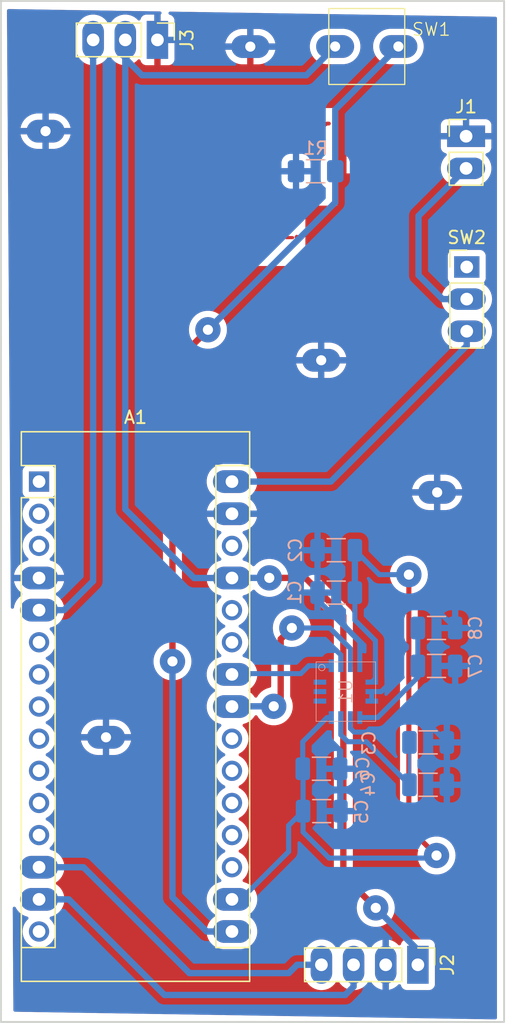
<source format=kicad_pcb>
(kicad_pcb (version 20240108) (generator "pcbnew") (generator_version "8.0")
  (layers (0 "F.Cu" signal) (31 "B.Cu" signal) (34 "B.Paste" user) (35 "F.Paste" user) (36 "B.SilkS" user "B.Silkscreen") (37 "F.SilkS" user "F.Silkscreen") (38 "B.Mask" user) (39 "F.Mask" user) (44 "Edge.Cuts" user))
  (net 0 "")
  (net 1 "Net-(A1-A5)")
  (net 6 "BUZZER")
  (net 7 "Net-(A1-A4)")
  (net 10 "5V")
  (net 14 "GND")
  (net 15 "BT_TX")
  (net 16 "3.3V")
  (net 24 "Net-(A1-D13)")
  (net 25 "BT_RX")
  (net 26 "Vin")
  (net 30 "Net-(U1-V1P8ANA)")
  (net 31 "Net-(U1-V1P8DIG)")
  (net 35 "Net-(J1-Pin_2)")
  (footprint "" (layer "F.Cu") (at 103.124 37.592)
    (property "Reference" "" (at 0 0 0) (layer "F.SilkS") (effects (font (size 1.27 1.27))))
    (property "Value" "")
    (pad "1" thru_hole oval (at 0 0) (size 3 1.8) (drill 0.8) (layers "*.Cu" "*.Mask") (net 14 "GND"))
  )
  (footprint "lowprint-pcb-ee410:sw_push_5mm" (layer "F.Cu") (at 128.4 30.85)
    (property "Reference" "SW1" (at 5.2 -1.3 0) (layer "F.SilkS") (effects (font (thickness 0.1))))
    (property "Value" "SW_Push")
    (fp_rect (start -2.9 -2.95) (end 3.1 3.05) (stroke (width 0.1)) (fill none) (layer "F.SilkS"))
    (pad "1" thru_hole oval (at -2.4 0.05) (size 3 1.8) (drill 0.8) (layers "*.Cu" "*.Mask") (net 10 "5V"))
    (pad "2" thru_hole oval (at 2.6 0.05) (size 3 1.8) (drill 0.8) (layers "*.Cu" "*.Mask") (net 24 "Net-(A1-D13)"))
  )
  (footprint "Connector_PinHeader_2.54mm:PinHeader_1x04_P2.54mm_Vertical" (layer "F.Cu") (at 132.5372 103.4796 -90)
    (property "Reference" "J2" (at 0 -2.33 -90) (layer "F.SilkS"))
    (property "Value" "BLUETOOTH")
    (fp_line (start -1.33 8.95) (end 1.33 8.95) (stroke (width 0.12)) (layer "F.SilkS"))
    (fp_line (start -1.33 1.27) (end -1.33 8.95) (stroke (width 0.12)) (layer "F.SilkS"))
    (fp_line (start -1.33 1.27) (end 1.33 1.27) (stroke (width 0.12)) (layer "F.SilkS"))
    (fp_line (start 1.33 1.27) (end 1.33 8.95) (stroke (width 0.12)) (layer "F.SilkS"))
    (fp_line (start -1.33 0) (end -1.33 -1.33) (stroke (width 0.12)) (layer "F.SilkS"))
    (fp_line (start -1.33 -1.33) (end 0 -1.33) (stroke (width 0.12)) (layer "F.SilkS"))
    (pad "1" thru_hole rect (at 0 0 270) (size 3 1.7) (drill 1) (layers "*.Cu" "*.Mask") (net 10 "5V"))
    (pad "2" thru_hole oval (at 0 2.54 270) (size 3 1.7) (drill 1) (layers "*.Cu" "*.Mask") (net 14 "GND"))
    (pad "3" thru_hole oval (at 0 5.08 270) (size 3 1.7) (drill 1) (layers "*.Cu" "*.Mask") (net 15 "BT_TX"))
    (pad "4" thru_hole oval (at 0 7.62 270) (size 3 1.7) (drill 1) (layers "*.Cu" "*.Mask") (net 25 "BT_RX"))
  )
  (footprint "" (layer "F.Cu") (at 124.9 55.7)
    (property "Reference" "" (at 0 0 0) (layer "F.SilkS") (effects (font (size 1.27 1.27))))
    (property "Value" "")
    (pad "1" thru_hole oval (at 0 0) (size 3 1.8) (drill 0.8) (layers "*.Cu" "*.Mask") (net 14 "GND"))
  )
  (footprint "Connector_PinHeader_2.54mm:PinHeader_1x03_P2.54mm_Vertical" (layer "F.Cu") (at 111.9632 30.3784 -90)
    (property "Reference" "J3" (at 0 -2.33 -90) (layer "F.SilkS"))
    (property "Value" "BUZZER")
    (fp_line (start -1.33 6.41) (end 1.33 6.41) (stroke (width 0.12)) (layer "F.SilkS"))
    (fp_line (start -1.33 1.27) (end -1.33 6.41) (stroke (width 0.12)) (layer "F.SilkS"))
    (fp_line (start -1.33 1.27) (end 1.33 1.27) (stroke (width 0.12)) (layer "F.SilkS"))
    (fp_line (start 1.33 1.27) (end 1.33 6.41) (stroke (width 0.12)) (layer "F.SilkS"))
    (fp_line (start -1.33 0) (end -1.33 -1.33) (stroke (width 0.12)) (layer "F.SilkS"))
    (fp_line (start -1.33 -1.33) (end 0 -1.33) (stroke (width 0.12)) (layer "F.SilkS"))
    (pad "1" thru_hole rect (at 0 0 270) (size 3 1.7) (drill 1) (layers "*.Cu" "*.Mask") (net 14 "GND"))
    (pad "2" thru_hole oval (at 0 2.54 270) (size 3 1.7) (drill 1) (layers "*.Cu" "*.Mask") (net 10 "5V"))
    (pad "3" thru_hole oval (at 0 5.08 270) (size 3 1.7) (drill 1) (layers "*.Cu" "*.Mask") (net 6 "BUZZER"))
  )
  (footprint "" (layer "F.Cu") (at 107.9 85.5)
    (property "Reference" "" (at 0 0 0) (layer "F.SilkS") (effects (font (size 1.27 1.27))))
    (property "Value" "")
    (pad "1" thru_hole oval (at 0 0) (size 3 1.8) (drill 0.8) (layers "*.Cu" "*.Mask") (net 14 "GND"))
  )
  (footprint "" (layer "F.Cu") (at 119.3 30.91)
    (property "Reference" "" (at 0 0 0) (layer "F.SilkS") (effects (font (size 1.27 1.27))))
    (property "Value" "")
    (pad "1" thru_hole oval (at 0 0) (size 3 1.8) (drill 0.8) (layers "*.Cu" "*.Mask") (net 14 "GND"))
  )
  (footprint "" (layer "F.Cu") (at 134.0612 66.1416)
    (property "Reference" "" (at 0 0 0) (layer "F.SilkS") (effects (font (size 1.27 1.27))))
    (property "Value" "")
    (pad "1" thru_hole oval (at 0 0) (size 3 1.8) (drill 0.8) (layers "*.Cu" "*.Mask") (net 14 "GND"))
  )
  (footprint "Module:Arduino_Nano" (layer "F.Cu") (at 102.61 65.29)
    (property "Reference" "A1" (at 7.62 -5.08 0) (layer "F.SilkS"))
    (property "Value" "Arduino_Nano_v3.x")
    (fp_line (start -1.4 -3.94) (end -1.4 -1.27) (stroke (width 0.12)) (layer "F.SilkS"))
    (fp_line (start -1.4 1.27) (end -1.4 39.5) (stroke (width 0.12)) (layer "F.SilkS"))
    (fp_line (start -1.4 39.5) (end 16.64 39.5) (stroke (width 0.12)) (layer "F.SilkS"))
    (fp_line (start 1.27 -1.27) (end -1.4 -1.27) (stroke (width 0.12)) (layer "F.SilkS"))
    (fp_line (start 1.27 1.27) (end -1.4 1.27) (stroke (width 0.12)) (layer "F.SilkS"))
    (fp_line (start 1.27 1.27) (end 1.27 -1.27) (stroke (width 0.12)) (layer "F.SilkS"))
    (fp_line (start 1.27 1.27) (end 1.27 36.83) (stroke (width 0.12)) (layer "F.SilkS"))
    (fp_line (start 1.27 36.83) (end -1.4 36.83) (stroke (width 0.12)) (layer "F.SilkS"))
    (fp_line (start 13.97 -1.27) (end 13.97 36.83) (stroke (width 0.12)) (layer "F.SilkS"))
    (fp_line (start 13.97 -1.27) (end 16.64 -1.27) (stroke (width 0.12)) (layer "F.SilkS"))
    (fp_line (start 13.97 36.83) (end 16.64 36.83) (stroke (width 0.12)) (layer "F.SilkS"))
    (fp_line (start 16.64 -3.94) (end -1.4 -3.94) (stroke (width 0.12)) (layer "F.SilkS"))
    (fp_line (start 16.64 39.5) (end 16.64 -3.94) (stroke (width 0.12)) (layer "F.SilkS"))
    (pad "1" thru_hole rect (at 0 0) (size 1.6 1.6) (drill 1) (layers "*.Cu" "*.Mask"))
    (pad "2" thru_hole oval (at 0 2.54) (size 1.6 1.6) (drill 1) (layers "*.Cu" "*.Mask"))
    (pad "3" thru_hole oval (at 0 5.08) (size 1.6 1.6) (drill 1) (layers "*.Cu" "*.Mask"))
    (pad "4" thru_hole oval (at 0 7.62) (size 3 1.8) (drill 1) (layers "*.Cu" "*.Mask") (net 14 "GND"))
    (pad "5" thru_hole oval (at 0 10.16) (size 3 1.8) (drill 1) (layers "*.Cu" "*.Mask") (net 6 "BUZZER"))
    (pad "6" thru_hole oval (at 0 12.7) (size 1.6 1.6) (drill 1) (layers "*.Cu" "*.Mask"))
    (pad "7" thru_hole oval (at 0 15.24) (size 1.6 1.6) (drill 1) (layers "*.Cu" "*.Mask"))
    (pad "8" thru_hole oval (at 0 17.78) (size 1.6 1.6) (drill 1) (layers "*.Cu" "*.Mask"))
    (pad "9" thru_hole oval (at 0 20.32) (size 1.6 1.6) (drill 1) (layers "*.Cu" "*.Mask"))
    (pad "10" thru_hole oval (at 0 22.86) (size 1.6 1.6) (drill 1) (layers "*.Cu" "*.Mask"))
    (pad "11" thru_hole oval (at 0 25.4) (size 1.6 1.6) (drill 1) (layers "*.Cu" "*.Mask"))
    (pad "12" thru_hole oval (at 0 27.94) (size 1.6 1.6) (drill 1) (layers "*.Cu" "*.Mask"))
    (pad "13" thru_hole oval (at 0 30.48) (size 3 1.8) (drill 1) (layers "*.Cu" "*.Mask") (net 25 "BT_RX"))
    (pad "14" thru_hole oval (at 0 33.02) (size 3 1.8) (drill 1) (layers "*.Cu" "*.Mask") (net 15 "BT_TX"))
    (pad "15" thru_hole oval (at 0 35.56) (size 1.6 1.6) (drill 1) (layers "*.Cu" "*.Mask"))
    (pad "16" thru_hole oval (at 15.24 35.56) (size 3 1.8) (drill 1) (layers "*.Cu" "*.Mask") (net 24 "Net-(A1-D13)"))
    (pad "17" thru_hole oval (at 15.24 33.02) (size 3 1.8) (drill 1) (layers "*.Cu" "*.Mask") (net 16 "3.3V"))
    (pad "18" thru_hole oval (at 15.24 30.48) (size 1.6 1.6) (drill 1) (layers "*.Cu" "*.Mask"))
    (pad "19" thru_hole oval (at 15.24 27.94) (size 1.6 1.6) (drill 1) (layers "*.Cu" "*.Mask"))
    (pad "20" thru_hole oval (at 15.24 25.4) (size 1.6 1.6) (drill 1) (layers "*.Cu" "*.Mask"))
    (pad "21" thru_hole oval (at 15.24 22.86) (size 1.6 1.6) (drill 1) (layers "*.Cu" "*.Mask"))
    (pad "22" thru_hole oval (at 15.24 20.32) (size 1.6 1.6) (drill 1) (layers "*.Cu" "*.Mask"))
    (pad "23" thru_hole oval (at 15.24 17.78) (size 3 1.8) (drill 1) (layers "*.Cu" "*.Mask") (net 7 "Net-(A1-A4)"))
    (pad "24" thru_hole oval (at 15.24 15.24) (size 3 1.8) (drill 1) (layers "*.Cu" "*.Mask") (net 1 "Net-(A1-A5)"))
    (pad "25" thru_hole oval (at 15.24 12.7) (size 1.6 1.6) (drill 1) (layers "*.Cu" "*.Mask"))
    (pad "26" thru_hole oval (at 15.24 10.16) (size 1.6 1.6) (drill 1) (layers "*.Cu" "*.Mask"))
    (pad "27" thru_hole oval (at 15.24 7.62) (size 3 1.8) (drill 1) (layers "*.Cu" "*.Mask") (net 10 "5V"))
    (pad "28" thru_hole oval (at 15.24 5.08) (size 1.6 1.6) (drill 1) (layers "*.Cu" "*.Mask"))
    (pad "29" thru_hole oval (at 15.24 2.54) (size 3 1.8) (drill 1) (layers "*.Cu" "*.Mask") (net 14 "GND"))
    (pad "30" thru_hole oval (at 15.24 0) (size 3 1.8) (drill 1) (layers "*.Cu" "*.Mask") (net 26 "Vin"))
  )
  (footprint "Connector_PinHeader_2.54mm:PinHeader_1x02_P2.54mm_Vertical" (layer "F.Cu") (at 136.3472 37.9934)
    (property "Reference" "J1" (at 0 -2.33 0) (layer "F.SilkS"))
    (property "Value" "POWER")
    (fp_line (start -1.33 -1.33) (end 0 -1.33) (stroke (width 0.12)) (layer "F.SilkS"))
    (fp_line (start -1.33 0) (end -1.33 -1.33) (stroke (width 0.12)) (layer "F.SilkS"))
    (fp_line (start -1.33 1.27) (end -1.33 3.87) (stroke (width 0.12)) (layer "F.SilkS"))
    (fp_line (start -1.33 1.27) (end 1.33 1.27) (stroke (width 0.12)) (layer "F.SilkS"))
    (fp_line (start -1.33 3.87) (end 1.33 3.87) (stroke (width 0.12)) (layer "F.SilkS"))
    (fp_line (start 1.33 1.27) (end 1.33 3.87) (stroke (width 0.12)) (layer "F.SilkS"))
    (pad "1" thru_hole rect (at 0 0) (size 3 1.7) (drill 1) (layers "*.Cu" "*.Mask") (net 14 "GND"))
    (pad "2" thru_hole oval (at 0 2.54) (size 3 1.7) (drill 1) (layers "*.Cu" "*.Mask") (net 35 "Net-(J1-Pin_2)"))
  )
  (footprint "Connector_PinHeader_2.54mm:PinHeader_1x03_P2.54mm_Vertical" (layer "F.Cu") (at 136.398 48.3258)
    (property "Reference" "SW2" (at 0 -2.33 0) (layer "F.SilkS"))
    (property "Value" "SW_DPDT_x2")
    (fp_line (start -1.33 -1.33) (end 0 -1.33) (stroke (width 0.12)) (layer "F.SilkS"))
    (fp_line (start -1.33 0) (end -1.33 -1.33) (stroke (width 0.12)) (layer "F.SilkS"))
    (fp_line (start -1.33 1.27) (end -1.33 6.41) (stroke (width 0.12)) (layer "F.SilkS"))
    (fp_line (start -1.33 1.27) (end 1.33 1.27) (stroke (width 0.12)) (layer "F.SilkS"))
    (fp_line (start -1.33 6.41) (end 1.33 6.41) (stroke (width 0.12)) (layer "F.SilkS"))
    (fp_line (start 1.33 1.27) (end 1.33 6.41) (stroke (width 0.12)) (layer "F.SilkS"))
    (pad "1" thru_hole rect (at 0 0) (size 2 1.7) (drill 1) (layers "*.Cu" "*.Mask"))
    (pad "2" thru_hole oval (at 0 2.54) (size 3 1.7) (drill 1) (layers "*.Cu" "*.Mask") (net 35 "Net-(J1-Pin_2)"))
    (pad "3" thru_hole oval (at 0 5.08) (size 3 1.7) (drill 1) (layers "*.Cu" "*.Mask") (net 26 "Vin"))
  )
  (footprint "Capacitor_SMD:C_1206_3216Metric" (layer "B.Cu") (at 133.35 89.2528)
    (property "Reference" "C4" (at -4.725 -0.05 90) (layer "B.SilkS") (effects (justify mirror)))
    (property "Value" "1u")
    (fp_line (start 0.711252 -0.91) (end -0.711252 -0.91) (stroke (width 0.12)) (layer "B.SilkS"))
    (fp_line (start 0.711252 0.91) (end -0.711252 0.91) (stroke (width 0.12)) (layer "B.SilkS"))
    (pad "1" smd roundrect (at -1.475 0) (size 1.15 1.8) (layers "B.Cu" "B.Paste" "B.Mask") (roundrect_rratio 0.217391) (net 30 "Net-(U1-V1P8ANA)"))
    (pad "2" smd roundrect (at 1.475 0) (size 1.15 1.8) (layers "B.Cu" "B.Paste" "B.Mask") (roundrect_rratio 0.217391) (net 14 "GND"))
  )
  (footprint "Capacitor_SMD:C_1206_3216Metric" (layer "B.Cu") (at 124.9422 91.3356 180)
    (property "Reference" "C5" (at -3.15 -0.05 90) (layer "B.SilkS") (effects (justify mirror)))
    (property "Value" "1u")
    (fp_line (start 0.711252 0.91) (end -0.711252 0.91) (stroke (width 0.12)) (layer "B.SilkS"))
    (fp_line (start 0.711252 -0.91) (end -0.711252 -0.91) (stroke (width 0.12)) (layer "B.SilkS"))
    (pad "1" smd roundrect (at -1.475 0 180) (size 1.15 1.8) (layers "B.Cu" "B.Paste" "B.Mask") (roundrect_rratio 0.217391) (net 14 "GND"))
    (pad "2" smd roundrect (at 1.475 0 180) (size 1.15 1.8) (layers "B.Cu" "B.Paste" "B.Mask") (roundrect_rratio 0.217391) (net 16 "3.3V"))
  )
  (footprint "lowprint-pcb-ee410:ADXL359" (layer "B.Cu") (at 126.8476 81.8896 -90)
    (property "Reference" "U1" (at 0 0 90) (layer "B.SilkS") (effects (font (thickness 0.1)) (justify mirror)))
    (property "Value" "ADXL359")
    (fp_line (start -2.35 2.35) (end 2.35 2.35) (stroke (width 0.05)) (layer "B.SilkS"))
    (fp_line (start 2.35 2.35) (end 2.35 -2.35) (stroke (width 0.05)) (layer "B.SilkS"))
    (fp_line (start -2.35 -2.35) (end -2.35 2.35) (stroke (width 0.05)) (layer "B.SilkS"))
    (fp_line (start 2.35 -2.35) (end -2.35 -2.35) (stroke (width 0.05)) (layer "B.SilkS"))
    (fp_circle (center -1.9 1.9) (end -1.65 1.9) (stroke (width 0.05)) (fill none) (layer "B.SilkS"))
    (pad "1" smd rect (at -2.05 1.15) (size 0.4 1) (layers "B.Cu" "B.Paste" "B.Mask") (net 1 "Net-(A1-A5)"))
    (pad "2" smd rect (at -2.05 0.4) (size 0.4 1) (layers "B.Cu" "B.Paste" "B.Mask") (net 14 "GND"))
    (pad "3" smd rect (at -2.05 -0.35) (size 0.4 1) (layers "B.Cu" "B.Paste" "B.Mask") (net 7 "Net-(A1-A4)"))
    (pad "4" smd rect (at -2.05 -1.1) (size 0.4 1) (layers "B.Cu" "B.Paste" "B.Mask") (net 14 "GND"))
    (pad "5" smd rect (at -0.75 -2.05 90) (size 0.4 1) (layers "B.Cu" "B.Paste" "B.Mask") (net 16 "3.3V"))
    (pad "6" smd rect (at 0 -2.05 90) (size 0.4 1) (layers "B.Cu" "B.Paste" "B.Mask") (net 14 "GND"))
    (pad "7" smd rect (at 0.75 -2.05 90) (size 0.4 1) (layers "B.Cu" "B.Paste" "B.Mask") (net 14 "GND"))
    (pad "8" smd rect (at 2.05 -1.1) (size 0.4 1) (layers "B.Cu" "B.Paste" "B.Mask") (net 31 "Net-(U1-V1P8DIG)"))
    (pad "9" smd rect (at 2.05 -0.35) (size 0.4 1) (layers "B.Cu" "B.Paste" "B.Mask") (net 14 "GND"))
    (pad "10" smd rect (at 2.05 0.4) (size 0.4 1) (layers "B.Cu" "B.Paste" "B.Mask") (net 30 "Net-(U1-V1P8ANA)"))
    (pad "11" smd rect (at 2.05 1.15) (size 0.4 1) (layers "B.Cu" "B.Paste" "B.Mask") (net 16 "3.3V"))
    (pad "12" smd rect (at 0.75 2.05 90) (size 0.4 1) (layers "B.Cu" "B.Paste" "B.Mask"))
    (pad "13" smd rect (at 0 2.05 90) (size 0.4 1) (layers "B.Cu" "B.Paste" "B.Mask"))
    (pad "14" smd rect (at -0.75 2.05 90) (size 0.4 1) (layers "B.Cu" "B.Paste" "B.Mask"))
  )
  (footprint "Capacitor_SMD:C_1206_3216Metric" (layer "B.Cu") (at 134.0104 79.8604)
    (property "Reference" "C7" (at 3.075 0 90) (layer "B.SilkS") (effects (justify mirror)))
    (property "Value" "1u")
    (fp_line (start 0.711252 -0.91) (end -0.711252 -0.91) (stroke (width 0.12)) (layer "B.SilkS"))
    (fp_line (start 0.711252 0.91) (end -0.711252 0.91) (stroke (width 0.12)) (layer "B.SilkS"))
    (pad "1" smd roundrect (at -1.475 0) (size 1.15 1.8) (layers "B.Cu" "B.Paste" "B.Mask") (roundrect_rratio 0.217391) (net 31 "Net-(U1-V1P8DIG)"))
    (pad "2" smd roundrect (at 1.475 0) (size 1.15 1.8) (layers "B.Cu" "B.Paste" "B.Mask") (roundrect_rratio 0.217391) (net 14 "GND"))
  )
  (footprint "Capacitor_SMD:C_1206_3216Metric" (layer "B.Cu") (at 126.0856 70.7136 180)
    (property "Reference" "C2" (at 3.225 0 90) (layer "B.SilkS") (effects (justify mirror)))
    (property "Value" "1u")
    (fp_line (start 0.711252 0.91) (end -0.711252 0.91) (stroke (width 0.12)) (layer "B.SilkS"))
    (fp_line (start 0.711252 -0.91) (end -0.711252 -0.91) (stroke (width 0.12)) (layer "B.SilkS"))
    (pad "1" smd roundrect (at -1.475 0 180) (size 1.15 1.8) (layers "B.Cu" "B.Paste" "B.Mask") (roundrect_rratio 0.217391) (net 16 "3.3V"))
    (pad "2" smd roundrect (at 1.475 0 180) (size 1.15 1.8) (layers "B.Cu" "B.Paste" "B.Mask") (roundrect_rratio 0.217391) (net 14 "GND"))
  )
  (footprint "Capacitor_SMD:C_1206_3216Metric" (layer "B.Cu") (at 124.9172 87.9856 180)
    (property "Reference" "C6" (at -3.275 0 90) (layer "B.SilkS") (effects (justify mirror)))
    (property "Value" "0.1u")
    (fp_line (start 0.711252 0.91) (end -0.711252 0.91) (stroke (width 0.12)) (layer "B.SilkS"))
    (fp_line (start 0.711252 -0.91) (end -0.711252 -0.91) (stroke (width 0.12)) (layer "B.SilkS"))
    (pad "1" smd roundrect (at -1.475 0 180) (size 1.15 1.8) (layers "B.Cu" "B.Paste" "B.Mask") (roundrect_rratio 0.217391) (net 14 "GND"))
    (pad "2" smd roundrect (at 1.475 0 180) (size 1.15 1.8) (layers "B.Cu" "B.Paste" "B.Mask") (roundrect_rratio 0.217391) (net 16 "3.3V"))
  )
  (footprint "Capacitor_SMD:C_1206_3216Metric" (layer "B.Cu") (at 126.0856 74.0636 180)
    (property "Reference" "C1" (at 3.275 0 90) (layer "B.SilkS") (effects (justify mirror)))
    (property "Value" "0.1u")
    (fp_line (start 0.711252 0.91) (end -0.711252 0.91) (stroke (width 0.12)) (layer "B.SilkS"))
    (fp_line (start 0.711252 -0.91) (end -0.711252 -0.91) (stroke (width 0.12)) (layer "B.SilkS"))
    (pad "1" smd roundrect (at -1.475 0 180) (size 1.15 1.8) (layers "B.Cu" "B.Paste" "B.Mask") (roundrect_rratio 0.217391) (net 16 "3.3V"))
    (pad "2" smd roundrect (at 1.475 0 180) (size 1.15 1.8) (layers "B.Cu" "B.Paste" "B.Mask") (roundrect_rratio 0.217391) (net 14 "GND"))
  )
  (footprint "Resistor_SMD:R_1206_3216Metric_Pad1.30x1.75mm_HandSolder" (layer "B.Cu") (at 124.46 40.76 180)
    (property "Reference" "R1" (at 0 1.82 0) (layer "B.SilkS") (effects (justify mirror)))
    (property "Value" "R")
    (fp_line (start 0.727064 0.91) (end -0.727064 0.91) (stroke (width 0.12)) (layer "B.SilkS"))
    (fp_line (start 0.727064 -0.91) (end -0.727064 -0.91) (stroke (width 0.12)) (layer "B.SilkS"))
    (pad "1" smd roundrect (at -1.55 0 180) (size 1.3 1.75) (layers "B.Cu" "B.Paste" "B.Mask") (roundrect_rratio 0.192308) (net 24 "Net-(A1-D13)"))
    (pad "2" smd roundrect (at 1.55 0 180) (size 1.3 1.75) (layers "B.Cu" "B.Paste" "B.Mask") (roundrect_rratio 0.192308) (net 14 "GND"))
  )
  (footprint "Capacitor_SMD:C_1206_3216Metric" (layer "B.Cu") (at 133.35 85.9028)
    (property "Reference" "C3" (at -4.675 0.05 90) (layer "B.SilkS") (effects (justify mirror)))
    (property "Value" "0.1u")
    (fp_line (start 0.711252 -0.91) (end -0.711252 -0.91) (stroke (width 0.12)) (layer "B.SilkS"))
    (fp_line (start 0.711252 0.91) (end -0.711252 0.91) (stroke (width 0.12)) (layer "B.SilkS"))
    (pad "1" smd roundrect (at -1.475 0) (size 1.15 1.8) (layers "B.Cu" "B.Paste" "B.Mask") (roundrect_rratio 0.217391) (net 30 "Net-(U1-V1P8ANA)"))
    (pad "2" smd roundrect (at 1.475 0) (size 1.15 1.8) (layers "B.Cu" "B.Paste" "B.Mask") (roundrect_rratio 0.217391) (net 14 "GND"))
  )
  (footprint "Capacitor_SMD:C_1206_3216Metric" (layer "B.Cu") (at 134.0104 76.8604)
    (property "Reference" "C8" (at 3.075 0 90) (layer "B.SilkS") (effects (justify mirror)))
    (property "Value" "0.1u")
    (fp_line (start 0.711252 -0.91) (end -0.711252 -0.91) (stroke (width 0.12)) (layer "B.SilkS"))
    (fp_line (start 0.711252 0.91) (end -0.711252 0.91) (stroke (width 0.12)) (layer "B.SilkS"))
    (pad "1" smd roundrect (at -1.475 0) (size 1.15 1.8) (layers "B.Cu" "B.Paste" "B.Mask") (roundrect_rratio 0.217391) (net 31 "Net-(U1-V1P8DIG)"))
    (pad "2" smd roundrect (at 1.475 0) (size 1.15 1.8) (layers "B.Cu" "B.Paste" "B.Mask") (roundrect_rratio 0.217391) (net 14 "GND"))
  )
  (gr_rect (start 99.6 27.3) (end 139.3464 108) (stroke (width 0.15)) (fill none) (layer "Edge.Cuts"))
  (gr_text "GND\nVin" (at 127.28 40.47 0) (layer "F.Cu") (effects (font (size 1.1 1) (thickness 0.2) (bold yes)) (justify left bottom)))
  (gr_text "Barcella L.\nNeto J." (at 114.808 47.752 0) (layer "F.Cu") (effects (font (size 1 1) (thickness 0.25) (bold yes)) (justify left bottom)))
  (gr_text "Détecteur\nde\nChute" (at 114.808 43.02 0) (layer "F.Cu") (effects (font (size 1.5 1.5) (thickness 0.3) (bold yes)) (justify left bottom)))
  (segment (start 125.6976 79.8396) (end 123.9192 79.8396) (width 0.4) (layer "B.Cu") (net 1))
  (segment (start 123.2916 80.4672) (end 117.9128 80.4672) (width 0.4) (layer "B.Cu") (net 1))
  (segment (start 117.87 80.55) (end 117.85 80.53) (width 0.5) (layer "B.Cu") (net 1))
  (segment (start 117.9128 80.4672) (end 117.85 80.53) (width 0.4) (layer "B.Cu") (net 1))
  (segment (start 123.9192 79.8396) (end 123.2916 80.4672) (width 0.4) (layer "B.Cu") (net 1))
  (segment (start 102.61 75.45) (end 104.5852 75.45) (width 0.5) (layer "B.Cu") (net 6))
  (segment (start 106.8832 73.152) (end 106.8832 30.3784) (width 0.5) (layer "B.Cu") (net 6))
  (segment (start 104.5852 75.45) (end 106.8832 73.152) (width 0.5) (layer "B.Cu") (net 6))
  (segment (start 122.5804 76.8604) (end 121.7 77.7408) (width 0.5) (layer "F.Cu") (net 7))
  (segment (start 121.7 77.7408) (end 121.7 82.5) (width 0.5) (layer "F.Cu") (net 7))
  (segment (start 121.7 82.5) (end 121.15 83.05) (width 0.5) (layer "F.Cu") (net 7))
  (via (at 121.15 83.05) (size 2) (drill 0.8) (layers "F.Cu" "B.Cu") (net 7))
  (via (at 122.5804 76.8604) (size 2) (drill 0.8) (layers "F.Cu" "B.Cu") (net 7))
  (segment (start 117.87 83.05) (end 117.85 83.07) (width 0.5) (layer "B.Cu") (net 7))
  (segment (start 121.15 83.05) (end 117.87 83.05) (width 0.5) (layer "B.Cu") (net 7))
  (segment (start 122.5804 76.8604) (end 125.5776 76.8604) (width 0.4) (layer "B.Cu") (net 7))
  (segment (start 125.5776 76.8604) (end 127.1976 78.4804) (width 0.4) (layer "B.Cu") (net 7))
  (segment (start 127.1976 78.4804) (end 127.1976 79.8396) (width 0.4) (layer "B.Cu") (net 7))
  (segment (start 129.2098 98.9838) (end 126.65 96.424) (width 0.5) (layer "F.Cu") (net 10))
  (segment (start 126.65 96.424) (end 126.65 75.9) (width 0.5) (layer "F.Cu") (net 10))
  (segment (start 123.65 72.9) (end 120.8 72.9) (width 0.5) (layer "F.Cu") (net 10))
  (segment (start 126.65 75.9) (end 123.65 72.9) (width 0.5) (layer "F.Cu") (net 10))
  (via (at 120.8 72.9) (size 2) (drill 0.8) (layers "F.Cu" "B.Cu") (net 10))
  (via (at 129.2098 98.9838) (size 2) (drill 0.8) (layers "F.Cu" "B.Cu") (net 10))
  (segment (start 114.86 72.91) (end 117.85 72.91) (width 0.5) (layer "B.Cu") (net 10))
  (segment (start 110.4846 68.5346) (end 109.4232 67.4732) (width 0.5) (layer "B.Cu") (net 10))
  (segment (start 126 30.9) (end 123.7276 33.1724) (width 0.5) (layer "B.Cu") (net 10))
  (segment (start 118.47 72.9) (end 118.46 72.91) (width 0.5) (layer "B.Cu") (net 10))
  (segment (start 110.4846 68.5346) (end 114.86 72.91) (width 0.5) (layer "B.Cu") (net 10))
  (segment (start 118.46 72.91) (end 117.85 72.91) (width 0.5) (layer "B.Cu") (net 10))
  (segment (start 120.8 72.9) (end 118.47 72.9) (width 0.5) (layer "B.Cu") (net 10))
  (segment (start 129.2098 98.9838) (end 132.5372 102.3112) (width 0.5) (layer "B.Cu") (net 10))
  (segment (start 110.744 33.1724) (end 109.4232 31.8516) (width 0.5) (layer "B.Cu") (net 10))
  (segment (start 110.1 68.15) (end 110.4846 68.5346) (width 0.5) (layer "B.Cu") (net 10))
  (segment (start 123.7276 33.1724) (end 110.744 33.1724) (width 0.5) (layer "B.Cu") (net 10))
  (segment (start 109.4232 67.4732) (end 109.4232 30.3784) (width 0.5) (layer "B.Cu") (net 10))
  (segment (start 109.4232 31.8516) (end 109.4232 30.3784) (width 0.5) (layer "B.Cu") (net 10))
  (segment (start 132.5372 102.3112) (end 132.5372 103.4796) (width 0.5) (layer "B.Cu") (net 10))
  (segment (start 126.0456 78.5876) (end 121.7676 78.5876) (width 0.4) (layer "B.Cu") (net 14))
  (segment (start 120.65 77.47) (end 120.65 76.0476) (width 0.4) (layer "B.Cu") (net 14))
  (segment (start 127.9476 79.8396) (end 127.9476 77.9604) (width 0.4) (layer "B.Cu") (net 14))
  (segment (start 129.6476 81.8896) (end 128.8976 81.8896) (width 0.4) (layer "B.Cu") (net 14))
  (segment (start 126.4476 78.9896) (end 126.0456 78.5876) (width 0.4) (layer "B.Cu") (net 14))
  (segment (start 134.825 85.9028) (end 133.131039 84.208839) (width 0.4) (layer "B.Cu") (net 14))
  (segment (start 129.7432 85.09) (end 127.498 85.09) (width 0.4) (layer "B.Cu") (net 14))
  (segment (start 120.65 76.0476) (end 122.634 74.0636) (width 0.4) (layer "B.Cu") (net 14))
  (segment (start 135.4854 76.8604) (end 133.301 74.676) (width 0.4) (layer "B.Cu") (net 14))
  (segment (start 124.6106 74.6234) (end 124.6106 74.204838) (width 0.4) (layer "B.Cu") (net 14))
  (segment (start 133.131039 84.208839) (end 130.624361 84.208839) (width 0.4) (layer "B.Cu") (net 14))
  (segment (start 124.6106 74.204838) (end 124.6106 74.0636) (width 0.5) (layer "B.Cu") (net 14))
  (segment (start 130.3528 81.1844) (end 129.6476 81.8896) (width 0.4) (layer "B.Cu") (net 14))
  (segment (start 133.301 74.676) (end 132.0292 74.676) (width 0.4) (layer "B.Cu") (net 14))
  (segment (start 127.9476 77.9604) (end 124.6106 74.6234) (width 0.4) (layer "B.Cu") (net 14))
  (segment (start 121.7676 78.5876) (end 120.65 77.47) (width 0.4) (layer "B.Cu") (net 14))
  (segment (start 127.498 85.09) (end 127.1976 84.7896) (width 0.4) (layer "B.Cu") (net 14))
  (segment (start 122.634 74.0636) (end 124.6106 74.0636) (width 0.4) (layer "B.Cu") (net 14))
  (segment (start 130.3528 76.3524) (end 130.3528 81.1844) (width 0.4) (layer "B.Cu") (net 14))
  (segment (start 127.1976 84.7896) (end 127.1976 83.9396) (width 0.4) (layer "B.Cu") (net 14))
  (segment (start 128.8976 82.6396) (end 128.8976 81.8896) (width 0.4) (layer "B.Cu") (net 14))
  (segment (start 126.4476 79.8396) (end 126.4476 78.9896) (width 0.4) (layer "B.Cu") (net 14))
  (segment (start 132.0292 74.676) (end 130.3528 76.3524) (width 0.4) (layer "B.Cu") (net 14))
  (segment (start 130.624361 84.208839) (end 129.7432 85.09) (width 0.4) (layer "B.Cu") (net 14))
  (segment (start 104.96 98.31) (end 112.5172 105.8672) (width 0.5) (layer "B.Cu") (net 15))
  (segment (start 102.61 98.31) (end 104.96 98.31) (width 0.5) (layer "B.Cu") (net 15))
  (segment (start 127.4572 105.2068) (end 127.4572 103.4796) (width 0.5) (layer "B.Cu") (net 15))
  (segment (start 112.5172 105.8672) (end 126.7968 105.8672) (width 0.5) (layer "B.Cu") (net 15))
  (segment (start 126.7968 105.8672) (end 127.4572 105.2068) (width 0.5) (layer "B.Cu") (net 15))
  (segment (start 131.826 72.644) (end 131.826 92.6592) (width 0.4) (layer "F.Cu") (net 16))
  (segment (start 131.826 92.6592) (end 134.0104 94.8436) (width 0.4) (layer "F.Cu") (net 16))
  (via (at 131.826 72.644) (size 2) (drill 0.8) (layers "F.Cu" "B.Cu") (net 16))
  (via (at 134.0104 94.8436) (size 2) (drill 0.8) (layers "F.Cu" "B.Cu") (net 16))
  (segment (start 122.3264 94.5336) (end 122.3264 92.4764) (width 0.4) (layer "B.Cu") (net 16))
  (segment (start 123.4422 85.8578) (end 125.3604 83.9396) (width 0.4) (layer "B.Cu") (net 16))
  (segment (start 131.826 72.644) (end 131.695 72.775) (width 0.4) (layer "B.Cu") (net 16))
  (segment (start 129.1844 80.8528) (end 128.8976 81.1396) (width 0.4) (layer "B.Cu") (net 16))
  (segment (start 129.1844 77.8594) (end 129.1844 80.8528) (width 0.4) (layer "B.Cu") (net 16))
  (segment (start 123.4672 92.9872) (end 123.4672 91.3356) (width 0.4) (layer "B.Cu") (net 16))
  (segment (start 123.4672 91.3356) (end 123.4672 88.0106) (width 0.4) (layer "B.Cu") (net 16))
  (segment (start 127.5606 70.7136) (end 127.5606 74.0636) (width 0.5) (layer "B.Cu") (net 16))
  (segment (start 129.491 72.644) (end 127.5606 70.7136) (width 0.4) (layer "B.Cu") (net 16))
  (segment (start 123.4422 87.9856) (end 123.4422 85.8578) (width 0.4) (layer "B.Cu") (net 16))
  (segment (start 122.3264 92.4764) (end 123.4672 91.3356) (width 0.4) (layer "B.Cu") (net 16))
  (segment (start 127.5606 76.2356) (end 127.5606 74.0636) (width 0.4) (layer "B.Cu") (net 16))
  (segment (start 134.0104 94.8436) (end 133.8072 95.0468) (width 0.4) (layer "B.Cu") (net 16))
  (segment (start 133.8072 95.0468) (end 125.5268 95.0468) (width 0.4) (layer "B.Cu") (net 16))
  (segment (start 117.85 98.31) (end 118.55 98.31) (width 0.5) (layer "B.Cu") (net 16))
  (segment (start 125.3604 83.9396) (end 125.6976 83.9396) (width 0.4) (layer "B.Cu") (net 16))
  (segment (start 118.55 98.31) (end 122.3264 94.5336) (width 0.4) (layer "B.Cu") (net 16))
  (segment (start 131.826 72.644) (end 129.491 72.644) (width 0.4) (layer "B.Cu") (net 16))
  (segment (start 129.1844 77.8594) (end 127.5606 76.2356) (width 0.4) (layer "B.Cu") (net 16))
  (segment (start 123.4672 88.0106) (end 123.4422 87.9856) (width 0.4) (layer "B.Cu") (net 16))
  (segment (start 125.5268 95.0468) (end 123.4672 92.9872) (width 0.4) (layer "B.Cu") (net 16))
  (segment (start 115.951 53.2892) (end 113.15 56.0902) (width 0.5) (layer "F.Cu") (net 24))
  (segment (start 113.15 56.0902) (end 113.15 79.5) (width 0.5) (layer "F.Cu") (net 24))
  (via (at 115.951 53.2892) (size 2) (drill 0.8) (layers "F.Cu" "B.Cu") (net 24))
  (via (at 113.15 79.5) (size 2) (drill 0.8) (layers "F.Cu" "B.Cu") (net 24))
  (segment (start 115.951 53.2892) (end 126.01 43.2302) (width 0.5) (layer "B.Cu") (net 24))
  (segment (start 131 30.9) (end 127 34.9) (width 0.5) (layer "B.Cu") (net 24))
  (segment (start 126.01 43.2302) (end 126.01 40.76) (width 0.5) (layer "B.Cu") (net 24))
  (segment (start 126.01 40.76) (end 126.01 40.1072) (width 0.5) (layer "B.Cu") (net 24))
  (segment (start 113.15 98.15) (end 115.85 100.85) (width 0.5) (layer "B.Cu") (net 24))
  (segment (start 127.92 33.98) (end 131 30.9) (width 0.25) (layer "B.Cu") (net 24))
  (segment (start 118.1 101) (end 118.1 101.02) (width 0.5) (layer "B.Cu") (net 24))
  (segment (start 115.85 100.85) (end 117.85 100.85) (width 0.5) (layer "B.Cu") (net 24))
  (segment (start 126.01 35.89) (end 126.01 40.76) (width 0.5) (layer "B.Cu") (net 24))
  (segment (start 113.15 79.5) (end 113.15 98.15) (width 0.5) (layer "B.Cu") (net 24))
  (segment (start 127 34.9) (end 126.01 35.89) (width 0.5) (layer "B.Cu") (net 24))
  (segment (start 122.34 104.14) (end 123.0004 103.4796) (width 0.5) (layer "B.Cu") (net 25))
  (segment (start 114.49 104.14) (end 122.34 104.14) (width 0.5) (layer "B.Cu") (net 25))
  (segment (start 123.0004 103.4796) (end 124.9172 103.4796) (width 0.5) (layer "B.Cu") (net 25))
  (segment (start 106.12 95.77) (end 114.49 104.14) (width 0.5) (layer "B.Cu") (net 25))
  (segment (start 102.61 95.77) (end 106.12 95.77) (width 0.5) (layer "B.Cu") (net 25))
  (segment (start 125.66 65.29) (end 136.398 54.552) (width 0.5) (layer "B.Cu") (net 26))
  (segment (start 117.85 65.29) (end 125.66 65.29) (width 0.5) (layer "B.Cu") (net 26))
  (segment (start 136.398 54.552) (end 136.398 53.4058) (width 0.5) (layer "B.Cu") (net 26))
  (segment (start 118.1 65.3) (end 118.1 65.46) (width 0.5) (layer "B.Cu") (net 26))
  (segment (start 127 85.852) (end 128.4742 85.852) (width 0.4) (layer "B.Cu") (net 30))
  (segment (start 131.875 89.2528) (end 131.875 85.9028) (width 0.25) (layer "B.Cu") (net 30))
  (segment (start 126.4476 83.9396) (end 126.4476 85.2996) (width 0.4) (layer "B.Cu") (net 30))
  (segment (start 126.4476 85.2996) (end 127 85.852) (width 0.4) (layer "B.Cu") (net 30))
  (segment (start 128.4742 85.852) (end 131.875 89.2528) (width 0.4) (layer "B.Cu") (net 30))
  (segment (start 129.3562 83.9396) (end 127.9476 83.9396) (width 0.4) (layer "B.Cu") (net 31))
  (segment (start 132.5354 79.8604) (end 132.5354 76.8604) (width 0.4) (layer "B.Cu") (net 31))
  (segment (start 132.5354 79.8604) (end 132.5354 80.7604) (width 0.4) (layer "B.Cu") (net 31))
  (segment (start 132.5354 80.7604) (end 129.3562 83.9396) (width 0.4) (layer "B.Cu") (net 31))
  (segment (start 134.4826 50.8658) (end 132.588 48.9712) (width 0.5) (layer "B.Cu") (net 35))
  (segment (start 132.588 44.2926) (end 136.3472 40.5334) (width 0.5) (layer "B.Cu") (net 35))
  (segment (start 132.588 48.9712) (end 132.588 44.2926) (width 0.5) (layer "B.Cu") (net 35))
  (segment (start 136.398 50.8658) (end 134.4826 50.8658) (width 0.5) (layer "B.Cu") (net 35))
  (zone (net 14) (net_name "GND") (layers "F&B.Cu") (connect_pads (clearance 0.5)) (min_thickness 0.25) (fill yes (thermal_gap 0.5) (thermal_bridge_width 0.5))
    (polygon (pts (xy 100.076 27.94) (xy 138.7856 28.5496) (xy 138.7856 107.7976) (xy 100.584 107.188)))
  )
)
</source>
